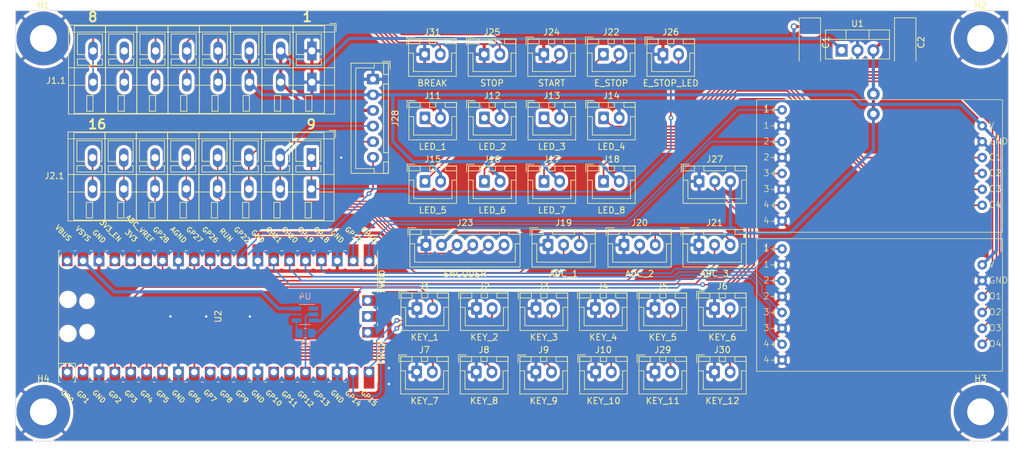
<source format=kicad_pcb>
(kicad_pcb (version 20221018) (generator pcbnew)
  (title_block (comment 4 "AISLER Project ID: TFYVCFSL"))
  (layers (0 "F.Cu" signal) (31 "B.Cu" signal) (34 "B.Paste" user) (35 "F.Paste" user) (36 "B.SilkS" user "B.Silkscreen") (37 "F.SilkS" user "F.Silkscreen") (38 "B.Mask" user) (39 "F.Mask" user) (44 "Edge.Cuts" user))
  (net 0 "")
  (net 1 "LED_1")
  (net 2 "LED_2")
  (net 3 "LED_3")
  (net 4 "LED_4")
  (net 5 "LED_5")
  (net 6 "LED_6")
  (net 7 "LED_7")
  (net 8 "LED_8")
  (net 9 "GND")
  (net 10 "+12V")
  (net 11 "+24V")
  (net 12 "WS_DATA")
  (net 21 "+3.3V")
  (net 22 "ADC_1")
  (net 23 "ADC_2")
  (net 24 "ADC_3")
  (net 25 "LED_3_24V")
  (net 26 "LED_4_24V")
  (net 27 "LED_5_24V")
  (net 28 "LED_6_24V")
  (net 29 "LED_7_24V")
  (net 30 "LED_8_24V")
  (net 31 "LED_1_24V")
  (net 32 "LED_2_24V")
  (net 33 "+5V")
  (net 34 "KEY_1")
  (net 35 "ESTOP_IN")
  (net 36 "ESTOP_OUT")
  (net 37 "START_KEY")
  (net 38 "STOP_KEY")
  (net 39 "BREAK_KEY")
  (net 40 "KEY_2")
  (net 41 "ESTOP_LED")
  (net 42 "ENCODER_A+")
  (net 43 "ENCODER_A-")
  (net 44 "ENCODER_B+")
  (net 45 "ENCODER_B-")
  (net 46 "KEY_3")
  (net 47 "KEY_4")
  (net 48 "KEY_6")
  (net 49 "KEY_7")
  (net 50 "KEY_8")
  (net 51 "KEY_9")
  (net 52 "KEY_10")
  (net 53 "REMOTE_EN_3V3")
  (net 54 "KEY_11")
  (net 55 "KEY_12")
  (net 56 "KEY_5")
  (net 57 "unconnected-(J2.1-Pin_8-Pad8)")
  (net 59 "WS_DATA_5V")
  (net 60 "Net-(R1-Pad1)")
  (net 61 "MIST_AIR_3V3")
  (net 62 "MIST_VALVE_3V3")
  (footprint "Connector_JST:JST_XH_B2B-XH-A_1x02_P2.50mm_Vertical" (layer "F.Cu") (at 125.135 84.455)
    (fp_text reference "J16")
    (fp_text value "LED_6")
  )
  (footprint "MountingHole:MountingHole_4.3mm_M4_Pad" (layer "F.Cu") (at 204.47 61.595)
    (fp_text reference "H2")
    (fp_text value "MountingHole_Pad")
  )
  (footprint "Library:OP714A04" (layer "F.Cu") (at 172.72 113.03)
    (fp_text reference "D1" hide)
    (fp_text value "~" hide)
  )
  (footprint "Connector_JST:JST_XH_B2B-XH-A_1x02_P2.50mm_Vertical" (layer "F.Cu") (at 114.34 104.775)
    (fp_text reference "J1")
    (fp_text value "KEY_1")
  )
  (footprint "Connector_JST:JST_XH_B2B-XH-A_1x02_P2.50mm_Vertical" (layer "F.Cu") (at 115.57 64.135)
    (fp_text reference "J31")
    (fp_text value "BREAK")
  )
  (footprint "Connector_JST:JST_XH_B2B-XH-A_1x02_P2.50mm_Vertical" (layer "F.Cu") (at 144.145 64.135)
    (fp_text reference "J22")
    (fp_text value "E_STOP")
  )
  (footprint "Connector_JST:JST_XH_B2B-XH-A_1x02_P2.50mm_Vertical" (layer "F.Cu") (at 125.135 74.295)
    (fp_text reference "J12")
    (fp_text value "LED_2")
  )
  (footprint "Connector_JST:JST_XH_B2B-XH-A_1x02_P2.50mm_Vertical" (layer "F.Cu") (at 153.67 64.135)
    (fp_text reference "J26")
    (fp_text value "E_STOP_LED")
  )
  (footprint "Connector_JST:JST_XH_B2B-XH-A_1x02_P2.50mm_Vertical" (layer "F.Cu") (at 115.63 84.455)
    (fp_text reference "J15")
    (fp_text value "LED_5")
  )
  (footprint "MountingHole:MountingHole_4.3mm_M4_Pad" (layer "F.Cu") (at 54.61 61.595)
    (fp_text reference "H1")
    (fp_text value "MountingHole_Pad")
  )
  (footprint "Connector_JST:JST_XH_B2B-XH-A_1x02_P2.50mm_Vertical" (layer "F.Cu") (at 123.865 104.775)
    (fp_text reference "J2")
    (fp_text value "KEY_2")
  )
  (footprint "Connector_JST:JST_XH_B2B-XH-A_1x02_P2.50mm_Vertical" (layer "F.Cu") (at 134.66 74.295)
    (fp_text reference "J13")
    (fp_text value "LED_3")
  )
  (footprint "Connector_JST:JST_XH_B6B-XH-A_1x06_P2.50mm_Vertical" (layer "F.Cu") (at 107.315 68.105 -90)
    (fp_text reference "J28")
    (fp_text value "MIST")
  )
  (footprint "Connector_JST:JST_XH_B2B-XH-A_1x02_P2.50mm_Vertical" (layer "F.Cu") (at 161.925 114.935)
    (fp_text reference "J30")
    (fp_text value "KEY_12")
  )
  (footprint "Connector_JST:JST_XH_B3B-XH-A_1x03_P2.50mm_Vertical" (layer "F.Cu") (at 159.425 94.615)
    (fp_text reference "J21")
    (fp_text value "ADC_3")
  )
  (footprint "Package_TO_SOT_THT:TO-220-3_Vertical" (layer "F.Cu") (at 182.245 63.5)
    (fp_text reference "U1")
    (fp_text value "LM7805_TO220")
  )
  (footprint "Connector_JST:JST_XH_B6B-XH-A_1x06_P2.50mm_Vertical" (layer "F.Cu") (at 115.77 94.615)
    (fp_text reference "J23")
    (fp_text value "ENCODER")
  )
  (footprint "TerminalBlock_WAGO:TerminalBlock_WAGO_236-408_1x08_P5.00mm_45Degree" (layer "F.Cu") (at 97.55 68.58 180)
    (fp_text reference "J1.1")
    (fp_text value "Conn_01x08")
  )
  (footprint "Connector_JST:JST_XH_B2B-XH-A_1x02_P2.50mm_Vertical" (layer "F.Cu") (at 114.3 114.935)
    (fp_text reference "J7")
    (fp_text value "KEY_7")
  )
  (footprint "Connector_JST:JST_XH_B2B-XH-A_1x02_P2.50mm_Vertical" (layer "F.Cu") (at 133.35 114.935)
    (fp_text reference "J9")
    (fp_text value "KEY_9")
  )
  (footprint "Connector_JST:JST_XH_B2B-XH-A_1x02_P2.50mm_Vertical" (layer "F.Cu") (at 144.185 74.295)
    (fp_text reference "J14")
    (fp_text value "LED_4")
  )
  (footprint "Connector_JST:JST_XH_B2B-XH-A_1x02_P2.50mm_Vertical" (layer "F.Cu") (at 123.825 114.935)
    (fp_text reference "J8")
    (fp_text value "KEY_8")
  )
  (footprint "Pico Pi:RPi_Pico_SMD_TH" (layer "F.Cu") (at 82.55 106.045 90)
    (fp_text reference "U2")
    (fp_text value "Pico")
  )
  (footprint "Connector_JST:JST_XH_B2B-XH-A_1x02_P2.50mm_Vertical" (layer "F.Cu") (at 115.61 74.295)
    (fp_text reference "J11")
    (fp_text value "LED_1")
  )
  (footprint "Connector_JST:JST_XH_B2B-XH-A_1x02_P2.50mm_Vertical" (layer "F.Cu") (at 133.39 104.775)
    (fp_text reference "J3")
    (fp_text value "KEY_3")
  )
  (footprint "MountingHole:MountingHole_4.3mm_M4_Pad" (layer "F.Cu") (at 54.61 121.285)
    (fp_text reference "H4")
    (fp_text value "MountingHole_Pad")
  )
  (footprint "Connector_JST:JST_XH_B2B-XH-A_1x02_P2.50mm_Vertical" (layer "F.Cu") (at 152.4 114.935)
    (fp_text reference "J29")
    (fp_text value "KEY_11")
  )
  (footprint "Connector_JST:JST_XH_B3B-XH-A_1x03_P2.50mm_Vertical" (layer "F.Cu") (at 147.44 94.615)
    (fp_text reference "J20")
    (fp_text value "ADC_2")
  )
  (footprint "TerminalBlock_WAGO:TerminalBlock_WAGO_236-408_1x08_P5.00mm_45Degree" (layer "F.Cu") (at 97.47 85.645 180)
    (fp_text reference "J2.1")
    (fp_text value "Conn_01x08")
  )
  (footprint "Connector_JST:JST_XH_B2B-XH-A_1x02_P2.50mm_Vertical" (layer "F.Cu") (at 125.095 64.135)
    (fp_text reference "J25")
    (fp_text value "STOP")
  )
  (footprint "Connector_JST:JST_XH_B3B-XH-A_1x03_P2.50mm_Vertical" (layer "F.Cu") (at 135.295 94.615)
    (fp_text reference "J19")
    (fp_text value "ADC_1")
  )
  (footprint "Library:OP714A04" (layer "F.Cu") (at 172.72 90.805)
    (fp_text reference "D2" hide)
    (fp_text value "~" hide)
  )
  (footprint "Connector_JST:JST_XH_B2B-XH-A_1x02_P2.50mm_Vertical" (layer "F.Cu") (at 134.66 84.455)
    (fp_text reference "J17")
    (fp_text value "LED_7")
  )
  (footprint "Connector_JST:JST_XH_B3B-XH-A_1x03_P2.50mm_Vertical" (layer "F.Cu") (at 159.465 84.455)
    (fp_text reference "J27")
    (fp_text value "WS2811")
  )
  (footprint "Connector_JST:JST_XH_B2B-XH-A_1x02_P2.50mm_Vertical" (layer "F.Cu") (at 152.4 104.775)
    (fp_text reference "J5")
    (fp_text value "KEY_5")
  )
  (footprint "Capacitor_Tantalum_SMD:CP_EIA-6032-28_Kemet-C_Pad2.25x2.35mm_HandSolder" (layer "F.Cu") (at 192.405 62.22 -90)
    (fp_text reference "C2")
    (fp_text value "C_Polarized")
  )
  (footprint "Connector_JST:JST_XH_B2B-XH-A_1x02_P2.50mm_Vertical" (layer "F.Cu") (at 144.185 84.455)
    (fp_text reference "J18")
    (fp_text value "LED_8")
  )
  (footprint "Capacitor_Tantalum_SMD:CP_EIA-6032-28_Kemet-C_Pad2.25x2.35mm_HandSolder" (layer "F.Cu") (at 177.165 62.24 -90)
    (fp_text reference "C1")
    (fp_text value "C_Polarized")
  )
  (footprint "Connector_JST:JST_XH_B2B-XH-A_1x02_P2.50mm_Vertical" (layer "F.Cu") (at 134.62 64.135)
    (fp_text reference "J24")
    (fp_text value "START")
  )
  (footprint "Connector_JST:JST_XH_B2B-XH-A_1x02_P2.50mm_Vertical" (layer "F.Cu") (at 161.925 104.775)
    (fp_text reference "J6")
    (fp_text value "KEY_6")
  )
  (footprint "Connector_JST:JST_XH_B2B-XH-A_1x02_P2.50mm_Vertical" (layer "F.Cu") (at 142.875 104.775)
    (fp_text reference "J4")
    (fp_text value "KEY_4")
  )
  (footprint "Connector_JST:JST_XH_B2B-XH-A_1x02_P2.50mm_Vertical" (layer "F.Cu") (at 142.915 114.935)
    (fp_text reference "J10")
    (fp_text value "KEY_10")
  )
  (footprint "MountingHole:MountingHole_4.3mm_M4_Pad" (layer "F.Cu") (at 204.47 121.285)
    (fp_text reference "H3")
    (fp_text value "MountingHole_Pad")
  )
  (footprint "Resistor_SMD:R_0805_2012Metric_Pad1.20x1.40mm_HandSolder" (layer "B.Cu") (at 96.504 108.712)
    (fp_text reference "R1")
    (fp_text value "75R")
  )
  (footprint "Package_TO_SOT_SMD:SOT-23-5_HandSoldering" (layer "B.Cu") (at 96.44 105.73 180)
    (fp_text reference "U4")
    (fp_text value "74LVC1G17")
  )
  (gr_rect (start 50.165 57.15) (end 208.915 125.984) (stroke (width 0.1)) (fill none) (layer "Edge.Cuts"))
  (gr_text "1" (at 95.885 59.055) (layer "F.SilkS") (effects (font (size 1.5 1.5) (thickness 0.3) bold) (justify left bottom)))
  (gr_text "9" (at 96.52 76.2) (layer "F.SilkS") (effects (font (size 1.5 1.5) (thickness 0.3) bold) (justify left bottom)))
  (gr_text "8" (at 61.595 59.055) (layer "F.SilkS") (effects (font (size 1.5 1.5) (thickness 0.3) bold) (justify left bottom)))
  (gr_text "16" (at 61.595 76.2) (layer "F.SilkS") (effects (font (size 1.5 1.5) (thickness 0.3) bold) (justify left bottom)))
  (segment (start 99.7585 99.1235) (end 99.06 98.425) (width 0.254) (layer "B.Cu") (net 1))
  (segment (start 155.6385 98.425) (end 154.94 99.1235) (width 0.254) (layer "B.Cu") (net 1))
  (segment (start 99.06 98.425) (end 99.06 97.155) (width 0.254) (layer "B.Cu") (net 1))
  (segment (start 172.72 95.25) (end 171.45 95.25) (width 0.254) (layer "B.Cu") (net 1))
  (segment (start 154.94 99.1235) (end 99.7585 99.1235) (width 0.254) (layer "B.Cu") (net 1))
  (segment (start 171.45 95.25) (end 168.275 98.425) (width 0.254) (layer "B.Cu") (net 1))
  (segment (start 168.275 98.425) (end 155.6385 98.425) (width 0.254) (layer "B.Cu") (net 1))
  (segment (start 155.448 99.695) (end 156.21 98.933) (width 0.254) (layer "B.Cu") (net 2))
  (segment (start 97.79 99.695) (end 155.448 99.695) (width 0.254) (layer "B.Cu") (net 2))
  (segment (start 96.52 98.425) (end 97.79 99.695) (width 0.254) (layer "B.Cu") (net 2))
  (segment (start 169.545 100.33) (end 172.72 100.33) (width 0.254) (layer "B.Cu") (net 2))
  (segment (start 96.52 97.155) (end 96.52 98.425) (width 0.254) (layer "B.Cu") (net 2))
  (segment (start 168.148 98.933) (end 169.545 100.33) (width 0.254) (layer "B.Cu") (net 2))
  (segment (start 156.21 98.933) (end 168.148 98.933) (width 0.254) (layer "B.Cu") (net 2))
  (segment (start 95.885 100.33) (end 155.575 100.33) (width 0.254) (layer "B.Cu") (net 3))
  (segment (start 169.50329 101.00671) (end 169.50329 102.27671) (width 0.254) (layer "B.Cu") (net 3))
  (segment (start 93.98 98.425) (end 95.885 100.33) (width 0.254) (layer "B.Cu") (net 3))
  (segment (start 155.575 100.33) (end 156.464 99.441) (width 0.254) (layer "B.Cu") (net 3))
  (segment (start 167.93758 99.441) (end 169.50329 101.00671) (width 0.254) (layer "B.Cu") (net 3))
  (segment (start 156.464 99.441) (end 167.93758 99.441) (width 0.254) (layer "B.Cu") (net 3))
  (segment (start 93.98 97.155) (end 93.98 98.425) (width 0.254) (layer "B.Cu") (net 3))
  (segment (start 169.50329 102.27671) (end 172.63658 105.41) (width 0.254) (layer "B.Cu") (net 3))
  (segment (start 172.63658 105.41) (end 172.72 105.41) (width 0.254) (layer "B.Cu") (net 3))
  (segment (start 168.82658 102.31842) (end 170.77329 104.26513) (width 0.254) (layer "B.Cu") (net 4))
  (segment (start 155.65842 100.965) (end 156.67442 99.949) (width 0.254) (layer "B.Cu") (net 4))
  (segment (start 170.77329 104.26513) (end 170.77329 108.54329) (width 0.254) (layer "B.Cu") (net 4))
  (segment (start 91.44 97.155) (end 91.44 98.425) (width 0.254) (layer "B.Cu") (net 4))
  (segment (start 93.98 100.965) (end 155.65842 100.965) (width 0.254) (layer "B.Cu") (net 4))
  (segment (start 91.44 98.425) (end 93.98 100.965) (width 0.254) (layer "B.Cu") (net 4))
  (segment (start 170.77329 108.54329) (end 172.72 110.49) (width 0.254) (layer "B.Cu") (net 4))
  (segment (start 156.67442 99.949) (end 167.72716 99.949) (width 0.254) (layer "B.Cu") (net 4))
  (segment (start 167.72716 99.949) (end 168.82658 101.04842) (width 0.254) (layer "B.Cu") (net 4))
  (segment (start 168.82658 101.04842) (end 168.82658 102.31842) (width 0.254) (layer "B.Cu") (net 4))
  (segment (start 165.735 73.025) (end 172.72 73.025) (width 0.254) (layer "B.Cu") (net 5))
  (segment (start 104.14 94.615) (end 107.95 90.805) (width 0.254) (layer "B.Cu") (net 5))
  (segment (start 147.955 90.805) (end 165.735 73.025) (width 0.254) (layer "B.Cu") (net 5))
  (segment (start 104.14 97.155) (end 104.14 94.615) (width 0.254) (layer "B.Cu") (net 5))
  (segment (start 107.95 90.805) (end 147.955 90.805) (width 0.254) (layer "B.Cu") (net 5))
  (segment (start 161.37342 78.105) (end 172.72 78.105) (width 0.254) (layer "B.Cu") (net 6))
  (segment (start 106.68 94.615) (end 109.982 91.313) (width 0.254) (layer "B.Cu") (net 6))
  (segment (start 106.68 97.155) (end 106.68 94.615) (width 0.254) (layer "B.Cu") (net 6))
  (segment (start 148.165421 91.312999) (end 161.37342 78.105) (width 0.254) (layer "B.Cu") (net 6))
  (segment (start 109.982 91.313) (end 148.165421 91.312999) (width 0.254) (layer "B.Cu") (net 6))
  (segment (start 172.72 83.185) (end 171.489104 83.185) (width 0.254) (layer "F.Cu") (net 7))
  (segment (start 167.659552 87.014552) (end 167.659552 97.687028) (width 0.254) (layer "F.Cu") (net 7))
  (segment (start 162.98458 102.362) (end 123.063 102.362) (width 0.254) (layer "F.Cu") (net 7))
  (segment (start 111.125 106.68) (end 118.745 106.68) (width 0.254) (layer "F.Cu") (net 7))
  (segment (start 171.489104 83.185) (end 167.659552 87.014552) (width 0.254) (layer "F.Cu") (net 7))
  (segment (start 118.745 106.68) (end 123.063 102.362) (width 0.254) (layer "F.Cu") (net 7))
  (segment (start 167.659552 97.687028) (end 162.98458 102.362) (width 0.254) (layer "F.Cu") (net 7))
  (via (at 111.125 106.68) (size 0.762) (drill 0.381) (layers "F.Cu" "B.Cu") (net 7))
  (segment (start 106.68 114.935) (end 106.68 114.3) (width 0.254) (layer "B.Cu") (net 7))
  (segment (start 106.68 114.3) (end 107.95 113.03) (width 0.254) (layer "B.Cu") (net 7))
  (segment (start 107.95 113.03) (end 107.95 109.855) (width 0.254) (layer "B.Cu") (net 7))
  (segment (start 111.125 106.68) (end 107.95 109.855) (width 0.254) (layer "B.Cu") (net 7))
  (segment (start 168.275 97.79) (end 163.195 102.87) (width 0.254) (layer "F.Cu") (net 8))
  (segment (start 123.27342 102.87) (end 163.195 102.87) (width 0.254) (layer "F.Cu") (net 8))
  (segment (start 171.45 88.265) (end 168.275 91.44) (width 0.254) (layer "F.Cu") (net 8))
  (segment (start 111.887 107.188) (end 118.95542 107.188) (width 0.254) (layer "F.Cu") (net 8))
  (segment (start 168.275 91.44) (end 168.275 97.79) (width 0.254) (layer "F.Cu") (net 8))
  (segment (start 172.72 88.265) (end 171.45 88.265) (width 0.254) (layer "F.Cu") (net 8))
  (segment (start 118.95542 107.188) (end 123.27342 102.87) (width 0.254) (layer "F.Cu") (net 8))
  (segment (start 111.125 107.95) (end 111.887 107.188) (width 0.254) (layer "F.Cu") (net 8))
  (via (at 111.125 107.95) (size 0.762) (drill 0.381) (layers "F.Cu" "B.Cu") (net 8))
  (segment (start 104.775 118.745) (end 107.95 118.745) (width 0.254) (layer "B.Cu") (net 8))
  (segment (start 108.585 110.49) (end 111.125 107.95) (width 0.254) (layer "B.Cu") (net 8))
  (segment (start 104.14 114.935) (end 104.14 118.11) (width 0.254) (layer "B.Cu") (net 8))
  (segment (start 104.14 118.11) (end 104.775 118.745) (width 0.254) (layer "B.Cu") (net 8))
  (segment (start 108.585 118.11) (end 108.585 110.49) (width 0.254) (layer "B.Cu") (net 8))
  (segment (start 107.95 118.745) (end 108.585 118.11) (width 0.254) (layer "B.Cu") (net 8))
  (via (at 109.855 116.84) (size 0.762) (drill 0.381) (layers "F.Cu" "B.Cu") (net 9))
  (via (at 87.63 106.045) (size 0.762) (drill 0.381) (layers "F.Cu" "B.Cu") (net 9))
  (via (at 74.93 106.045) (size 0.762) (drill 0.381) (layers "F.Cu" "B.Cu") (net 9))
  (via (at 102.235 80.645) (size 0.762) (drill 0.381) (layers "F.Cu" "B.Cu") (net 9))
  (via (at 109.855 114.3) (size 0.762) (drill 0.381) (layers "F.Cu" "B.Cu") (net 9))
  (via (at 80.645 106.045) (size 0.762) (drill 0.381) (layers "F.Cu" "B.Cu") (net 9))
  (segment (start 97.075 73.105) (end 107.315 73.105) (width 0.508) (layer "F.Cu") (net 10))
  (segment (start 174.625 59.69) (end 177.165 59.69) (width 0.508) (layer "F.Cu") (net 10))
  (segment (start 92.55 63.58) (end 92.55 68.58) (width 0.508) (layer "F.Cu") (net 10))
  (segment (start 92.55 68.58) (end 97.075 73.105) (width 0.508) (layer "F.Cu") (net 10))
  (via (at 174.625 59.69) (size 1.016) (drill 0.635) (layers "F.Cu" "B.Cu") (net 10))
  (segment (start 174.625 61.635) (end 174.625 59.69) (width 0.508) (layer "B.Cu") (net 10))
  (segment (start 99.06 66.04) (end 95.01 66.04) (width 0.508) (layer "B.Cu") (net 10))
  (segment (start 180.38 61.635) (end 174.625 61.635) (width 0.508) (layer "B.Cu") (net 10))
  (segment (start 120.015 61.595) (end 103.505 61.595) (width 0.508) (layer "B.Cu") (net 10))
  (segment (start 120.055 61.635) (end 120.015 61.595) (width 0.508) (layer "B.Cu") (net 10))
  (segment (start 95.01 66.04) (end 92.55 63.58) (width 0.508) (layer "B.Cu") (net 10))
  (segment (start 182.245 63.5) (end 180.38 61.635) (width 0.508) (layer "B.Cu") (net 10))
  (segment (start 103.505 61.595) (end 99.06 66.04) (width 0.508) (layer "B.Cu") (net 10))
  (segment (start 174.625 61.635) (end 120.055 61.635) (width 0.508) (layer "B.Cu") (net 10))
  (segment (start 87.55 68.58) (end 87.55 63.58) (width 0.508) (layer "F.Cu") (net 11))
  (segment (start 118.11 84.435) (end 118.11 83.185) (width 0.508) (layer "B.Cu") (net 11))
  (segment (start 146.685 74.295) (end 146.685 73.025) (width 0.508) (layer "B.Cu") (net 11))
  (segment (start 107.315 70.605) (end 110.49 70.605) (width 0.508) (layer "B.Cu") (net 11))
  (segment (start 115.57 81.28) (end 113.665 81.28) (width 0.508) (layer "B.Cu") (net 11))
  (segment (start 137.16 74.295) (end 137.16 73.025) (width 0.508) (layer "B.Cu") (net 11))
  (segment (start 134.62 70.605) (end 135.255 70.605) (width 0.508) (layer "B.Cu") (net 11))
  (segment (start 146.685 84.455) (end 146.606974 84.455) (width 0.508) (layer "B.Cu") (net 11))
  (segment (start 134.74 70.605) (end 134.62 70.605) (width 0.508) (layer "B.Cu") (net 11))
  (segment (start 125.215 70.605) (end 125.095 70.605) (width 0.508) (layer "B.Cu") (net 11))
  (segment (start 123.945 70.605) (end 125.095 70.605) (width 0.508) (layer "B.Cu") (net 11))
  (segment (start 127.635 74.295) (end 127.635 73.025) (width 0.508) (layer "B.Cu") (net 11))
  (segment (start 144.265 70.605) (end 142.995 70.605) (width 0.508) (layer "B.Cu") (net 11))
  (segment (start 116.205 81.28) (end 115.57 81.28) (width 0.508) (layer "B.Cu") (net 11))
  (segment (start 110.49 78.105) (end 110.49 70.605) (width 0.508) (layer "B.Cu") (net 11))
  (segment (start 125.095 81.28) (end 127.635 83.82) (width 0.508) (layer "B.Cu") (net 11))
  (segment (start 137.16 73.025) (end 134.74 70.605) (width 0.508) (layer "B.Cu") (net 11))
  (segment (start 125.095 70.605) (end 133.47 70.605) (width 0.508) (layer "B.Cu") (net 11))
  (segment (start 204.72 75.565) (end 202.69 73.535) (width 0.508) (layer "B.Cu") (net 11))
  (segment (start 113.665 81.28) (end 110.49 78.105) (width 0.508) (layer "B.Cu") (net 11))
  (segment (start 135.255 70.605) (end 142.995 70.605) (width 0.508) (layer "B.Cu") (net 11))
  (segment (start 146.685 73.025) (end 144.265 70.605) (width 0.508) (layer "B.Cu") (net 11))
  (segment (start 133.47 70.605) (end 134.62 70.605) (width 0.508) (layer "B.Cu") (net 11))
  (segment (start 127.635 84.455) (end 127.635 83.82) (width 0.508) (layer "B.Cu") (net 11))
  (segment (start 146.606974 84.455) (end 143.431974 81.28) (width 0.508) (layer "B.Cu") (net 11))
  (segment (start 204.72 75.565) (end 207.01 77.855) (width 0.508) (layer "B.Cu") (net 11))
  (segment (start 125.095 81.28) (end 115.57 81.28) (width 0.508) (layer "B.Cu") (net 11))
  (segment (start 87.55 68.58) (end 89.575 70.605) (width 0.508) (layer "B.Cu") (net 11))
  (segment (start 118.11 74.295) (end 118.11 73.025) (width 0.508) (layer "B.Cu") (net 11))
  (segment (start 118.13 84.455) (end 118.11 84.435) (width 0.508) (layer "B.Cu") (net 11))
  (segment (start 142.995 70.605) (end 183.889 70.605) (width 0.508) (layer "B.Cu") (net 11))
  (segment (start 133.985 81.28) (end 125.095 81.28) (width 0.508) (layer "B.Cu") (net 11))
  (segment (start 201.291 72.136) (end 201.42 72.265) (width 0.508) (layer "B.Cu") (net 11))
  (segment (start 118.11 73.025) (end 115.69 70.605) (width 0.508) (layer "B.Cu") (net 11))
  (segment (start 115.69 70.605) (end 115.57 70.605) (width 0.508) (layer "B.Cu") (net 11))
  (segment (start 207.01 77.855) (end 207.01 95.5) (width 0.508) (layer "B.Cu") (net 11))
  (segment (start 207.01 95.5) (end 204.72 97.79) (width 0.508) (layer "B.Cu") (net 11))
  (segment (start 185.42 72.136) (end 201.291 72.136) (width 0.508) (layer "B.Cu") (net 11))
  (segment (start 127.635 73.025) (end 125.215 70.605) (width 0.508) (layer "B.Cu") (net 11))
  (segment (start 89.575 70.605) (end 107.315 70.605) (width 0.508) (layer "B.Cu") (net 11))
  (segment (start 201.291 72.136) (end 202.69 73.535) (width 0.508) (layer "B.Cu") (net 11))
  (segment (start 183.889 70.605) (end 185.42 72.136) (width 0.508) (layer "B.Cu") (net 11))
  (segment (start 110.49 70.605) (end 114.42 70.605) (width 0.508) (layer "B.Cu") (net 11))
  (segment (start 118.11 83.185) (end 116.205 81.28) (width 0.508) (layer "B.Cu") (net 11))
  (segment (start 202.69 73.535) (end 201.42 72.265) (width 0.508) (layer "B.Cu") (net 11))
  (segment (start 143.431974 81.28) (end 133.985 81.28) (width 0.508) (layer "B.Cu") (net 11))
  (segment (start 114.42 70.605) (end 115.57 70.605) (width 0.508) (layer "B.Cu") (net 11))
  (segment (start 137.16 84.455) (end 133.985 81.28) (width 0.508) (layer "B.Cu") (net 11))
  (segment (start 115.57 70.605) (end 123.945 70.605) (width 0.508) (layer "B.Cu") (net 11))
  (segment (start 96.52 106.083) (end 96.873 105.73) (width 0.254) (layer "B.Cu") (net 12))
  (segment (start 96.873 105.73) (end 97.79 105.73) (width 0.254) (layer "B.Cu") (net 12))
  (segment (start 96.52 114.935) (end 96.52 106.083) (width 0.254) (layer "B.Cu") (net 12))
  (segment (start 140.295 94.615) (end 140.295 92.75) (width 0.254) (layer "F.Cu") (net 21))
  (segment (start 163.195 92.71) (end 164.425 93.94) (width 0.254) (layer "F.Cu") (net 21))
  (segment (start 152.4 92.71) (end 163.195 92.71) (width 0.254) (layer "F.Cu") (net 21))
  (segment (start 68.58 93.98) (end 68.58 97.155) (width 0.254) (layer "F.Cu") (net 21))
  (segment (start 69.215 93.345) (end 68.58 93.98) (width 0.254) (layer "F.Cu") (net 21))
  (segment (start 132.715 94.615) (end 134.62 92.71) (width 0.254) (layer "F.Cu") (net 21))
  (segment (start 114.054287 99.06) (end 108.339288 93.345) (width 0.254) (layer "F.Cu") (net 21))
  (segment (start 132.715 94.615) (end 132.715 97.155) (width 0.254) (layer "F.Cu") (net 21))
  (segment (start 132.715 97.155) (end 130.81 99.06) (width 0.254) (layer "F.Cu") (net 21))
  (segment (start 140.295 92.75) (end 140.335 92.71) (width 0.254) (layer "F.Cu") (net 21))
  (segment (start 140.335 92.71) (end 152.4 92.71) (width 0.254) (layer "F.Cu") (net 21))
  (segment (start 152.44 92.75) (end 152.4 92.71) (width 0.254) (layer "F.Cu") (net 21))
  (segment (start 130.81 99.06) (end 114.054287 99.06) (width 0.254) (layer "F.Cu") (net 21))
  (segment (start 152.44 94.615) (end 152.44 92.75) (width 0.254) (layer "F.Cu") (net 21))
  (segment (start 164.425 93.94) (end 164.425 94.615) (width 0.254) (layer "F.Cu") (net 21))
  (segment (start 108.339288 93.345) (end 69.215 93.345) (width 0.254) (layer "F.Cu") (net 21))
  (segment (start 134.62 92.71) (end 140.335 92.71) (width 0.254) (layer "F.Cu") (net 21))
  (segment (start 81.28 98.425) (end 81.28 97.155) (width 0.254) (layer "F.Cu") (net 22))
  (segment (start 82.55 99.695) (end 81.28 98.425) (width 0.254) (layer "F.Cu") (net 22))
  (segment (start 135.89 99.695) (end 82.55 99.695) (width 0.254) (layer "F.Cu") (net 22))
  (segment (start 137.795 94.615) (end 137.795 97.79) (width 0.254) (layer "F.Cu") (net 22))
  (segment (start 137.795 97.79) (end 135.89 99.695) (width 0.254) (layer "F.Cu") (net 22))
  (segment (start 80.645 100.33) (end 78.74 98.425) (width 0.254) (layer "F.Cu") (net 23))
  (segment (start 149.94 98.345) (end 147.955 100.33) (width 0.254) (layer "F.Cu") (net 23))
  (segment (start 149.94 94.615) (end 149.94 98.345) (width 0.254) (layer "F.Cu") (net 23))
  (segment (start 78.74 98.425) (end 78.74 97.155) (width 0.254) (layer "F.Cu") (net 23))
  (segment (start 147.955 100.33) (end 80.645 100.33) (width 0.254) (layer "F.Cu") (net 23))
  (segment (start 158.877001 100.837999) (end 161.925 97.79) (width 0.254) (layer "F.Cu") (net 24))
  (segment (start 76.072999 100.837999) (end 158.877001 100.837999) (width 0.254) (layer "F.Cu") (net 24))
  (segment (start 73.66 98.425) (end 76.072999 100.837999) (width 0.254) (layer "F.Cu") (net 24))
  (segment (start 73.66 97.155) (end 73.66 98.425) (width 0.254) (layer "F.Cu") (net 24))
  (segment (start 161.925 97.79) (end 161.925 94.615) (width 0.254) (layer "F.Cu") (net 24))
  (segment (start 207.518 75.309713) (end 207.518 105.152) (width 0.254) (layer "F.Cu") (net 25))
  (segment (start 155.674421 76.183999) (end 164.421421 67.437) (width 0.254) (layer "F.Cu") (net 25))
  (segment (start 164.421421 67.437) (end 199.645289 67.437002) (width 0.254) (layer "F.Cu") (net 25))
  (segment (start 136.548999 76.183999) (end 155.674421 76.183999) (width 0.254) (layer "F.Cu") (net 25))
  (segment (start 207.518 105.152) (end 204.72 107.95) (width 0.254) (layer "F.Cu") (net 25))
  (segment (start 199.645289 67.437002) (end 207.518 75.309713) (width 0.254) (layer "F.Cu") (net 25))
  (segment (start 134.66 74.295) (end 136.548999 76.183999) (width 0.254) (layer "F.Cu") (net 25))
  (segment (start 199.85571 66.929003) (end 208.026 75.099293) (width 0.254) (layer "F.Cu") (net 26))
  (segment (start 155.464 75.676) (end 164.211001 66.929) (width 0.254) (layer "F.Cu") (net 26))
  (segment (start 208.026 75.099293) (end 208.026 107.184) (width 0.254) (layer "F.Cu") (net 26))
  (segment (start 145.566 75.676) (end 155.464 75.676) (width 0.254) (layer "F.Cu") (net 26))
  (segment (start 144.185 74.295) (end 145.566 75.676) (width 0.254) (layer "F.Cu") (net 26))
  (segment (start 164.211001 66.929) (end 199.85571 66.929003) (width 0.254) (layer "F.Cu") (net 26))
  (segment (start 208.026 107.184) (end 204.72 110.49) (width 0.254) (layer "F.Cu") (net 26))
  (segment (start 173.986263 68.961003) (end 185.67026 80.645) (width 0.254) (layer "F.Cu") (net 27))
  (segment (start 156.305682 77.707998) (end 165.052681 68.961) (width 0.254) (layer "F.Cu") (net 27))
  (segment (start 122.377002 77.707998) (end 156.305682 77.707998) (width 0.254) (layer "F.Cu") (net 27))
  (segment (start 185.67026 80.645) (end 204.72 80.645) (width 0.254) (layer "F.Cu") (net 27))
  (segment (start 165.052681 68.961) (end 173.986263 68.961003) (width 0.254) (layer "F.Cu") (net 27))
  (segment (start 115.63 84.455) (end 122.377002 77.707998) (width 0.254) (layer "F.Cu") (net 27))
  (segment (start 156.516103 78.215997) (end 165.2631 69.469) (width 0.254) (layer "F.Cu") (net 28))
  (segment (start 125.135 84.455) (end 125.135 82.51) (width 0.254) (layer "F.Cu") (net 28))
  (segment (start 125.135 82.51) (end 129.429002 78.215998) (width 0.254) (layer "F.Cu") (net 28))
  (segment (start 165.2631 69.469) (end 173.775842 69.469002) (width 0.254) (layer "F.Cu") (net 28))
  (segment (start 204.72 83.185) (end 187.49184 83.185) (width 0.254) (layer "F.Cu") (net 28))
  (segment (start 187.49184 83.185) (end 173.775842 69.469002) (width 0.254) (layer "F.Cu") (net 28))
  (segment (start 129.429002 78.215998) (end 156.516103 78.215997) (width 0.254) (layer "F.Cu") (net 28))
  (segment (start 134.66 82.51) (end 138.446002 78.723998) (width 0.254) (layer "F.Cu") (net 29))
  (segment (start 173.565421 69.977001) (end 189.31342 85.725) (width 0.254) (layer "F.Cu") (net 29))
  (segment (start 189.31342 85.725) (end 204.72 85.725) (width 0.254) (layer "F.Cu") (net 29))
  (segment (start 138.446002 78.723998) (end 156.726524 78.723996) (width 0.254) (layer "F.Cu") (net 29))
  (segment (start 165.47352 69.977) (end 173.565421 69.977001) (width 0.254) (layer "F.Cu") (net 29))
  (segment (start 134.66 84.455) (end 134.66 82.51) (width 0.254) (layer "F.Cu") (net 29))
  (segment (start 156.726524 78.723996) (end 165.47352 69.977) (width 0.254) (layer "F.Cu") (net 29))
  (segment (start 165.68394 70.485) (end 173.355 70.485) (width 0.254) (layer "F.Cu") (net 30))
  (segment (start 191.135 88.265) (end 204.72 88.265) (width 0.254) (layer "F.Cu") (net 30))
  (segment (start 156.936945 79.231995) (end 165.68394 70.485) (width 0.254) (layer "F.Cu") (net 30))
  (segment (start 144.185 81.875) (end 146.828003 79.231997) (width 0.254) (layer "F.Cu") (net 30))
  (segment (start 146.828003 79.231997) (end 156.936945 79.231995) (width 0.254) (layer "F.Cu") (net 30))
  (segment (start 173.355 70.485) (end 191.135 88.265) (width 0.254) (layer "F.Cu") (net 30))
  (segment (start 144.185 84.455) (end 144.185 81.875) (width 0.254) (layer "F.Cu") (net 30))
  (segment (start 199.224447 68.453) (end 164.842261 68.453) (width 0.254) (layer "F.Cu") (net 31))
  (segment (start 206.375 101.215) (end 206.375 75.603553) (width 0.254) (layer "F.Cu") (net 31))
  (segment (start 204.72 102.87) (end 206.375 101.215) (width 0.254) (layer "F.Cu") (net 31))
  (segment (start 156.095262 77.199998) (end 118.514998 77.199998) (width 0.254) (layer "F.Cu") (net 31))
  (segment (start 164.842261 68.453) (end 156.095262 77.199998) (width 0.254) (layer "F.Cu") (net 31))
  (segment (start 118.514998 77.199998) (end 115.61 74.295) (width 0.254) (layer "F.Cu") (net 31))
  (segment (start 206.375 75.603553) (end 199.224447 68.453) (width 0.254) (layer "F.Cu") (net 31))
  (segment (start 127.531998 76.691998) (end 155.884842 76.691998) (width 0.254) (layer "F.Cu") (net 32))
  (segment (start 155.884842 76.691998) (end 164.631841 67.945) (width 0.254) (layer "F.Cu") (net 32))
  (segment (start 207.01 103.12) (end 204.72 105.41) (width 0.254) (layer "F.Cu") (net 32))
  (segment (start 207.01 75.520133) (end 207.01 103.12) (width 0.254) (layer "F.Cu") (net 32))
  (segment (start 199.434868 67.945001) (end 207.01 75.520133) (width 0.254) (layer "F.Cu") (net 32))
  (segment (start 125.135 74.295) (end 127.531998 76.691998) (width 0.254) (layer "F.Cu") (net 32))
  (segment (start 164.631841 67.945) (end 199.434868 67.945001) (width 0.254) (layer "F.Cu") (net 32))
  (segment (start 62.23 92.71) (end 108.602314 92.71) (width 0.508) (layer "F.Cu") (net 33))
  (segment (start 108.602314 92.71) (end 113.798313 97.906) (width 0.508) (layer "F.Cu") (net 33))
  (segment (start 130.175 92.71) (end 120.175 92.71) (width 0.508) (layer "F.Cu") (net 33))
  (segment (start 192.405 60.325) (end 192.405 59.67) (width 0.508) (layer "F.Cu") (net 33))
  (segment (start 60.96 93.98) (end 62.23 92.71) (width 0.508) (layer "F.Cu") (net 33))
  (segment (start 120.095 92.79) (end 118.27 94.615) (width 0.508) (layer "F.Cu") (net 33))
  (segment (start 120.175 92.71) (end 120.095 92.79) (width 0.508) (layer "F.Cu") (net 33))
  (segment (start 191.135 61.595) (end 192.405 60.325) (width 0.508) (layer "F.Cu") (net 33))
  (segment (start 130.059 97.906) (end 131.445 96.52) (width 0.508) (layer "F.Cu") (net 33))
  (segment (start 189.23 61.595) (end 191.135 61.595) (width 0.508) (layer "F.Cu") (net 33))
  (segment (start 131.445 96.52) (end 131.445 93.98) (width 0.508) (layer "F.Cu") (net 33))
  (segment (start 60.96 97.155) (end 60.96 93.98) (width 0.508) (layer "F.Cu") (net 33))
  (segment (start 113.798313 97.906) (end 130.059 97.906) (width 0.508) (layer "F.Cu") (net 33))
  (segment (start 187.325 63.5) (end 189.23 61.595) (width 0.508) (layer "F.Cu") (net 33))
  (segment (start 187.325 73.66) (end 187.325 70.485) (width 0.508) (layer "F.Cu") (net 33))
  (segment (start 131.445 93.98) (end 130.175 92.71) (width 0.508) (layer "F.Cu") (net 33))
  (via (at 187.325 73.66) (size 2.032) (drill 1.016) (layers "F.Cu" "B.Cu") (net 33))
  (via (at 187.325 70.485) (size 2.032) (drill 1.016) (layers "F.Cu" "B.Cu") (net 33))
  (segment (start 187.325 73.66) (end 187.325 79.375) (width 0.508) (layer "B.Cu") (net 33))
  (segment (start 164.465 84.455) (end 164.465 91.948) (width 0.508) (layer "B.Cu") (net 33))
  (segment (start 65.913 102.108) (end 89.535 102.108) (width 0.508) (layer "B.Cu") (net 33))
  (segment (start 187.325 63.5) (end 187.325 70.485) (width 0.508) (layer "B.Cu") (net 33))
  (segment (start 120.937 91.948) (end 164.465 91.948) (width 0.508) (layer "B.Cu") (net 33))
  (segment (start 118.27 94.615) (end 120.937 91.948) (width 0.508) (layer "B.Cu") (net 33))
  (segment (start 89.535 102.108) (end 92.207 104.78) (width 0.508) (layer "B.Cu") (net 33))
  (segment (start 60.96 97.155) (end 65.913 102.108) (width 0.508) (layer "B.Cu") (net 33))
  (segment (start 187.325 79.375) (end 173.99 92.71) (width 0.508) (layer "B.Cu") (net 33))
  (segment (start 165.1 91.948) (end 164.465 91.948) (width 0.508) (layer "B.Cu") (net 33))
  (segment (start 165.862 92.71) (end 165.1 91.948) (width 0.508) (layer "B.Cu") (net 33))
  (segment (start 173.99 92.71) (end 165.862 92.71) (width 0.508) (layer "B.Cu") (net 33))
  (segment (start 92.207 104.78) (end 95.09 104.78) (width 0.508) (layer "B.Cu") (net 33))
  (segment (start 114.720999 101.345999) (end 116.84 103.465) (width 0.254) (layer "F.Cu") (net 34))
  (segment (start 58.42 114.935) (end 58.42 113.665) (width 0.254) (layer "F.Cu") (net 34))
  (segment (start 116.84 103.465) (end 116.84 104.775) (width 0.254) (layer "F.Cu") (net 34))
  (segment (start 70.739001 101.345999) (end 114.720999 101.345999) (width 0.254) (layer "F.Cu") (net 34))
  (segment (start 58.42 113.665) (end 70.739001 101.345999) (width 0.254) (layer "F.Cu") (net 34))
  (segment (start 83.71479 60.04921) (end 106.95579 60.04921) (width 0.254) (layer "F.Cu") (net 35))
  (segment (start 144.78 66.675) (end 113.58158 66.675) (width 0.254) (layer "F.Cu") (net 35))
  (segment (start 82.55 61.214) (end 83.71479 60.04921) (width 0.254) (layer "F.Cu") (net 35))
  (segment (start 106.95579 60.04921) (end 113.58158 66.675) (width 0.254) (layer "F.Cu") (net 35))
  (segment (start 146.645 64.135) (end 146.645 64.81) (width 0.254) (layer "F.Cu") (net 35))
  (segment (start 146.645 64.81) (end 144.78 66.675) (width 0.254) (layer "F.Cu") (net 35))
  (segment (start 82.55 63.58) (end 82.55 61.214) (width 0.254) (layer "F.Cu") (net 35))
  (segment (start 82.55 63.58) (end 82.55 68.58) (width 0.254) (layer "F.Cu") (net 35))
  (segment (start 77.55 62.15) (end 77.55 63.58) (width 0.254) (layer "F.Cu") (net 36))
  (segment (start 113.792 66.167) (end 107.166209 59.541211) (width 0.254) (layer "F.Cu") (net 36))
  (segment (start 144.145 64.262) (end 142.24 66.167) (width 0.254) (layer "F.Cu") (net 36))
  (segment (start 80.158789 59.541211) (end 77.55 62.15) (width 0.254) (layer "F.Cu") (net 36))
  (segment (start 144.145 64.135) (end 144.145 64.262) (width 0.254) (layer "F.Cu") (net 36))
  (segment (start 77.55 63.58) (end 77.55 68.58) (width 0.254) (layer "F.Cu") (net 36))
  (segment (start 142.24 66.167) (end 113.792 66.167) (width 0.254) (layer "F.Cu") (net 36))
  (segment (start 107.166209 59.541211) (end 80.158789 59.541211) (width 0.254) (layer "F.Cu") (net 36))
  (segment (start 137.12 64.135) (end 137.12 64.77) (width 0.254) (layer "F.Cu") (net 37))
  (segment (start 137.12 64.77) (end 136.231 65.659) (width 0.254) (layer "F.Cu") (net 37))
  (segment (start 74.316789 59.033211) (end 72.55 60.8) (width 0.254) (layer "F.Cu") (net 37))
  (segment (start 72.55 60.8) (end 72.55 63.58) (width 0.254) (layer "F.Cu") (net 37))
  (segment (start 72.55 63.58) (end 72.55 68.58) (width 0.254) (layer "F.Cu") (net 37))
  (segment (start 114.046 65.659) (end 107.420211 59.033211) (width 0.254) (layer "F.Cu") (net 37))
  (segment (start 107.420211 59.033211) (end 74.316789 59.033211) (width 0.254) (layer "F.Cu") (net 37))
  (segment (start 136.231 65.659) (end 114.046 65.659) (width 0.254) (layer "F.Cu") (net 37))
  (segment (start 60.96 61.51158) (end 60.96 64.77) (width 0.254) (layer "F.Cu") (net 38))
  (segment (start 127.595 62.825) (end 127.595 64.135) (width 0.254) (layer "F.Cu") (net 38))
  (segment (start 64.454369 58.017211) (end 107.841053 58.017213) (width 0.254) (layer "F.Cu") (net 38))
  (segment (start 107.841053 58.017213) (end 111.54584 61.722) (width 0.254) (layer "F.Cu") (net 38))
  (segment (start 67.55 63.58) (end 67.55 66.04) (width 0.254) (layer "F.Cu") (net 38))
  (segment (start 62.23 66.04) (end 67.55 66.04) (width 0.254) (layer "F.Cu") (net 38))
  (segment (start 60.96 61.51158) (end 64.454369 58.017211) (width 0.254) (layer "F.Cu") (net 38))
  (segment (start 111.54584 61.722) (end 126.492 61.722) (width 0.254) (layer "F.Cu") (net 38))
  (segment (start 67.55 66.04) (end 67.55 68.58) (width 0.254) (layer "F.Cu") (net 38))
  (segment (start 60.96 64.77) (end 62.23 66.04) (width 0.254) (layer "F.Cu") (net 38))
  (segment (start 126.492 61.722) (end 127.595 62.825) (width 0.254) (layer "F.Cu") (net 38))
  (segment (start 64.664789 58.525211) (end 107.630632 58.525212) (width 0.254) (layer "F.Cu") (net 39))
  (segment (start 107.630632 58.525212) (end 111.33542 62.23) (width 0.254) (layer "F.Cu") (net 39))
  (segment (start 118.07 62.825) (end 118.07 64.135) (width 0.254) (layer "F.Cu") (net 39))
  (segment (start 62.55 60.64) (end 64.664789 58.525211) (width 0.254) (layer "F.Cu") (net 39))
  (segment (start 111.33542 62.23) (end 117.475 62.23) (width 0.254) (layer "F.Cu") (net 39))
  (segment (start 62.55 63.58) (end 62.55 60.64) (width 0.254) (layer "F.Cu") (net 39))
  (segment (start 117.475 62.23) (end 118.07 62.825) (width 0.254) (layer "F.Cu") (net 39))
  (segment (start 62.55 68.58) (end 62.55 63.58) (width 0.254) (layer "B.Cu") (net 39))
  (segment (start 118.745 110.363) (end 122.428 106.68) (width 0.254) (layer "F.Cu") (net 40))
  (segment (start 122.428 106.68) (end 125.73 106.68) (width 0.254) (layer "F.Cu") (net 40))
  (segment (start 126.365 106.045) (end 126.365 104.775) (width 0.254) (layer "F.Cu") (net 40))
  (segment (start 125.73 106.68) (end 126.365 106.045) (width 0.254) (layer "F.Cu") (net 40))
  (segment (start 60.96 114.935) (end 60.96 113.665) (width 0.254) (layer "F.Cu") (net 40))
  (segment (start 60.96 113.665) (end 64.262 110.363) (width 0.254) (layer "F.Cu") (net 40))
  (segment (start 64.262 110.363) (end 118.745 110.363) (width 0.254) (layer "F.Cu") (net 40))
  (segment (start 154.94 67.905) (end 156.17 66.675) (width 0.254) (layer "F.Cu") (net 41))
  (segment (start 154.94 74.295) (end 154.94 67.905) (width 0.254) (layer "F.Cu") (net 41))
  (segment (start 156.17 66.675) (end 156.17 64.135) (width 0.254) (layer "F.Cu") (net 41))
  (segment (start 97.47 85.645) (end 97.47 80.645) (width 0.254) (layer "F.Cu") (net 41))
  (via (at 154.94 74.295) (size 0.762) (drill 0.381) (layers "F.Cu" "B.Cu") (net 41))
  (segment (start 113.395869 86.090869) (end 148.224131 86.090869) (width 0.254) (layer "B.Cu") (net 41))
  (segment (start 112.95 85.645) (end 113.395869 86.090869) (width 0.254) (layer "B.Cu") (net 41))
  (segment (start 148.224131 86.090869) (end 154.94 79.375) (width 0.254) (layer "B.Cu") (net 41))
  (segment (start 97.47 85.645) (end 112.95 85.645) (width 0.254) (layer "B.Cu") (net 41))
  (segment (start 154.94 79.375) (end 154.94 74.295) (width 0.254) (layer "B.Cu") (net 41))
  (segment (start 82.47 85.645) (end 82.47 86.915) (width 0.2) (layer "F.Cu") (net 42))
  (segment (start 119.441 95.944) (end 120.77 94.615) (width 0.2) (layer "F.Cu") (net 42))
  (segment (start 82.47 86.915) (end 83.185 87.63) (width 0.2) (layer "F.Cu") (net 42))
  (segment (start 83.185 87.63) (end 106.297 87.63) (width 0.2) (layer "F.Cu") (net 42))
  (segment (start 106.297 87.63) (end 114.611 95.944) (width 0.2) (layer "F.Cu") (net 42))
  (segment (start 82.47 85.645) (end 82.47 80.645) (width 0.2) (layer "F.Cu") (net 42))
  (segment (start 114.611 95.944) (end 119.441 95.944) (width 0.2) (layer "F.Cu") (net 42))
  (segment (start 77.47 86.995) (end 78.555 88.08) (width 0.2) (layer "F.Cu") (net 43))
  (segment (start 114.424604 96.394) (end 121.491 96.394) (width 0.2) (layer "F.Cu") (net 43))
  (segment (start 77.47 85.645) (end 77.47 80.645) (width 0.2) (layer "F.Cu") (net 43))
  (segment (start 106.110604 88.08) (end 114.424604 96.394) (width 0.2) (layer "F.Cu") (net 43))
  (segment (start 121.491 96.394) (end 123.27 94.615) (width 0.2) (layer "F.Cu") (net 43))
  (segment (start 78.555 88.08) (end 106.110604 88.08) (width 0.2) (layer "F.Cu") (net 43))
  (segment (start 77.47 85.645) (end 77.47 86.995) (width 0.2) (layer "F.Cu") (net 43))
  (segment (start 72.47 85.645) (end 72.47 87.71) (width 0.2) (layer "F.Cu") (net 44))
  (segment (start 125.77 94.615) (end 123.537 96.848) (width 0.2) (layer "F.Cu") (net 44))
  (segment (start 73.294 88.534) (end 105.922552 88.534) (width 0.2) (layer "F.Cu") (net 44))
  (segment (start 114.236551 96.848) (end 123.537 96.848) (width 0.2) (layer "F.Cu") (net 44))
  (segment (start 72.47 87.71) (end 73.294 88.534) (width 0.2) (layer "F.Cu") (net 44))
  (segment (start 72.47 85.645) (end 72.47 80.645) (width 0.2) (layer "F.Cu") (net 44))
  (segment (start 114.236551 96.848) (end 105.922552 88.534) (width 0.2) (layer "F.Cu") (net 44))
  (segment (start 125.587 97.298) (end 114.050155 97.298) (width 0.2) (layer "F.Cu") (net 45))
  (segment (start 128.27 94.615) (end 125.587 97.298) (width 0.2) (layer "F.Cu") (net 45))
  (segment (start 105.736156 88.984) (end 69.215 88.984) (width 0.2) (layer "F.Cu") (net 45))
  (segment (start 67.47 85.645) (end 67.47 87.239) (width 0.2) (layer "F.Cu") (net 45))
  (segment (start 67.47 85.645) (end 67.47 80.645) (width 0.2) (layer "F.Cu") (net 45))
  (segment (start 114.050155 97.298) (end 105.736156 88.984) (width 0.2) (layer "F.Cu") (net 45))
  (segment (start 67.47 87.239) (end 69.215 88.984) (width 0.2) (layer "F.Cu") (net 45))
  (segment (start 66.04 114.935) (end 66.04 113.665) (width 0.254) (layer "F.Cu") (net 46))
  (segment (start 122.047 107.823) (end 135.343 107.823) (width 0.254) (layer "F.Cu") (net 46))
  (segment (start 66.04 113.665) (end 68.834 110.871) (width 0.254) (layer "F.Cu") (net 46))
  (segment (start 135.89 107.276) (end 135.89 104.775) (width 0.254) (layer "F.Cu") (net 46))
  (segment (start 68.834 110.871) (end 118.999001 110.870999) (width 0.254) (layer "F.Cu") (net 46))
  (segment (start 118.999001 110.870999) (end 122.047 107.823) (width 0.254) (layer "F.Cu") (net 46))
  (segment (start 135.343 107.823) (end 135.89 107.276) (width 0.254) (layer "F.Cu") (net 46))
  (segment (start 122.25742 108.331) (end 144.359 108.331) (width 0.254) (layer "F.Cu") (net 47))
  (segment (start 144.359 108.331) (end 145.375 107.315) (width 0.254) (layer "F.Cu") (net 47))
  (segment (start 70.866 111.379) (end 118.11 111.379) (width 0.254) (layer "F.Cu") (net 47))
  (segment (start 68.58 114.935) (end 68.58 113.665) (width 0.254) (layer "F.Cu") (net 47))
  (segment (start 145.375 107.315) (end 145.375 104.775) (width 0.254) (layer "F.Cu") (net 47))
  (segment (start 118.11 111.379) (end 119.209422 111.378998) (width 0.254) (layer "F.Cu") (net 47))
  (segment (start 119.209422 111.378998) (end 122.25742 108.331) (width 0.254) (layer "F.Cu") (net 47))
  (segment (start 68.58 113.665) (end 70.866 111.379) (width 0.254) (layer "F.Cu") (net 47))
  (segment (start 122.67826 109.347) (end 161.163 109.347) (width 0.254) (layer "F.Cu") (net 48))
  (segment (start 164.425 106.085) (end 164.425 104.775) (width 0.254) (layer "F.Cu") (net 48))
  (segment (start 73.66 113.665) (end 74.93 112.395) (width 0.254) (layer "F.Cu") (net 48))
  (segment (start 74.93 112.395) (end 117.475 112.395) (width 0.254) (layer "F.Cu") (net 48))
  (segment (start 118.360264 112.395) (end 119.630261 112.394999) (width 0.254) (layer "F.Cu") (net 48))
  (segment (start 73.66 114.935) (end 73.66 113.665) (width 0.254) (layer "F.Cu") (net 48))
  (segment (start 119.630261 112.394999) (end 122.67826 109.347) (width 0.254) (layer "F.Cu") (net 48))
  (segment (start 118.360262 112.394998) (end 118.360264 112.395) (width 0.254) (layer "F.Cu") (net 48))
  (segment (start 161.163 109.347) (end 164.425 106.085) (width 0.254) (layer "F.Cu") (net 48))
  (segment (start 117.475 112.395) (end 118.360262 112.394998) (width 0.254) (layer "F.Cu") (net 48))
  (segment (start 116.28 112.955) (end 116.915 113.59) (width 0.254) (layer "F.Cu") (net 49))
  (segment (start 79.45 112.955) (end 116.28 112.955) (width 0.254) (layer "F.Cu") (net 49))
  (segment (start 78.74 114.935) (end 78.74 113.665) (width 0.254) (layer "F.Cu") (net 49))
  (segment (start 116.915 114.82) (end 116.8 114.935) (width 0.254) (layer "F.Cu") (net 49))
  (segment (start 116.915 113.59) (end 116.915 114.82) (width 0.254) (layer "F.Cu") (net 49))
  (segment (start 78.74 113.665) (end 79.45 112.955) (width 0.254) (layer "F.Cu") (net 49))
  (segment (start 121.75129 117.00871) (end 121.751289 113.866071) (width 0.254) (layer "F.Cu") (net 50))
  (segment (start 121.751289 113.866071) (end 122.46036 113.157) (width 0.254) (layer "F.Cu") (net 50))
  (segment (start 81.28 114.935) (end 81.28 116.657) (width 0.254) (layer "F.Cu") (net 50))
  (segment (start 126.325 114.935) (end 126.325 114.387) (width 0.254) (layer "F.Cu") (net 50))
  (segment (start 122.46036 113.157) (end 125.095 113.157) (width 0.254) (layer "F.Cu") (net 50))
  (segment (start 116.840004 121.919996) (end 121.75129 117.00871) (width 0.254) (layer "F.Cu") (net 50))
  (segment (start 81.28 116.657) (end 86.542998 121.919998) (width 0.254) (layer "F.Cu") (net 50))
  (segment (start 126.325 114.387) (end 125.095 113.157) (width 0.254) (layer "F.Cu") (net 50))
  (segment (start 86.542998 121.919998) (end 116.840004 121.919996) (width 0.254) (layer "F.Cu") (net 50))
  (segment (start 83.82 116.657) (end 88.574998 121.411998) (width 0.254) (layer "F.Cu") (net 51))
  (segment (start 135.85 114.26) (end 135.85 114.935) (width 0.254) (layer "F.Cu") (net 51))
  (segment (start 88.574998 121.411998) (end 116.629584 121.411996) (width 0.254) (layer "F.Cu") (net 51))
  (segment (start 134.239 112.649) (end 135.85 114.26) (width 0.254) (layer "F.Cu") (net 51))
  (segment (start 116.629584 121.411996) (end 121.24329 116.79829) (width 0.254) (layer "F.Cu") (net 51))
  (segment (start 83.82 114.935) (end 83.82 116.657) (width 0.254) (layer "F.Cu") (net 51))
  (segment (start 121.24329 116.79829) (end 121.24329 113.65565) (width 0.254) (layer "F.Cu") (net 51))
  (segment (start 121.24329 113.65565) (end 122.24994 112.649) (width 0.254) (layer "F.Cu") (net 51))
  (segment (start 122.24994 112.649) (end 134.239 112.649) (width 0.254) (layer "F.Cu") (net 51))
  (segment (start 116.419162 120.903998) (end 120.73529 116.58787) (width 0.254) (layer "F.Cu") (net 52))
  (segment (start 90.607 120.904) (end 116.419162 120.903998) (width 0.254) (layer "F.Cu") (net 52))
  (segment (start 144.057 112.141) (end 145.415 113.499) (width 0.254) (layer "F.Cu") (net 52))
  (segment (start 120.73529 116.58787) (end 120.735291 113.445229) (width 0.254) (layer "F.Cu") (net 52))
  (segment (start 86.36 116.657) (end 90.607 120.904) (width 0.254) (layer "F.Cu") (net 52))
  (segment (start 145.415 113.499) (end 145.415 114.935) (width 0.254) (layer "F.Cu") (net 52))
  (segment (start 122.03952 112.141) (end 144.057 112.141) (width 0.254) (layer "F.Cu") (net 52))
  (segment (start 86.36 114.935) (end 86.36 116.657) (width 0.254) (layer "F.Cu") (net 52))
  (segment (start 120.735291 113.445229) (end 122.03952 112.141) (width 0.254) (layer "F.Cu") (net 52))
  (segment (start 107.315 85.725) (end 106.68 86.36) (width 0.254) (layer "F.Cu") (net 53))
  (segment (start 107.315 80.605) (end 107.315 85.725) (width 0.254) (layer "F.Cu") (net 53))
  (segment (start 106.68 86.36) (end 106.68 86.4065) (width 0.254) (layer "F.Cu") (net 53))
  (via (at 106.68 86.4065) (size 0.762) (drill 0.381) (layers "F.Cu" "B.Cu") (net 53))
  (segment (start 100.3765 92.71) (end 89.662 92.71) (width 0.254) (layer "B.Cu") (net 53))
  (segment (start 89.662 92.71) (end 86.36 96.012) (width 0.254) (layer "B.Cu") (net 53))
  (segment (start 106.68 86.4065) (end 100.3765 92.71) (width 0.254) (layer "B.Cu") (net 53))
  (segment (start 86.36 96.012) (end 86.36 97.155) (width 0.254) (layer "B.Cu") (net 53))
  (segment (start 152.908 111.633) (end 154.9 113.625) (width 0.254) (layer "F.Cu") (net 54))
  (segment (start 120.20737 113.25473) (end 121.8291 111.633) (width 0.254) (layer "F.Cu") (net 54))
  (segment (start 154.9 113.625) (end 154.9 114.935) (width 0.254) (layer "F.Cu") (net 54))
  (segment (start 116.208741 120.395999) (end 120.20737 116.39737) (width 0.254) (layer "F.Cu") (net 54))
  (segment (start 121.8291 111.633) (end 152.908 111.633) (width 0.254) (layer "F.Cu") (net 54))
  (segment (start 95.179 120.396) (end 116.208741 120.395999) (width 0.254) (layer "F.Cu") (net 54))
  (segment (start 120.20737 116.39737) (end 120.20737 113.25473) (width 0.254) (layer "F.Cu") (net 54))
  (segment (start 91.44 114.935) (end 91.44 116.657) (width 0.254) (layer "F.Cu") (net 54))
  (segment (start 91.44 116.657) (end 95.179 120.396) (width 0.254) (layer "F.Cu") (net 54))
  (segment (start 96.393 119.888) (end 115.99832 119.888) (width 0.254) (layer "F.Cu") (net 55))
  (segment (start 119.69937 116.18695) (end 119.699371 113.044309) (width 0.254) (layer "F.Cu") (net 55))
  (segment (start 115.99832 119.888) (end 119.69937 116.18695) (width 0.254) (layer "F.Cu") (net 55))
  (segment (start 121.61868 111.125) (end 161.925 111.125) (width 0.254) (layer "F.Cu") (net 55))
  (segment (start 119.699371 113.044309) (end 121.61868 111.125) (width 0.254) (layer "F.Cu") (net 55))
  (segment (start 93.98 117.475) (end 96.393 119.888) (width 0.254) (layer "F.Cu") (net 55))
  (segment (start 164.425 113.705) (end 164.425 114.935) (width 0.254) (layer "F.Cu") (net 55))
  (segment (start 161.925 111.125) (end 164.465 113.665) (width 0.254) (layer "F.Cu") (net 55))
  (segment (start 93.98 114.935) (end 93.98 117.475) (width 0.254) (layer "F.Cu") (net 55))
  (segment (start 164.465 113.665) (end 164.425 113.705) (width 0.254) (layer "F.Cu") (net 55))
  (segment (start 71.12 113.665) (end 72.898 111.887) (width 0.254) (layer "F.Cu") (net 56))
  (segment (start 153.416 108.839) (end 154.9 107.355) (width 0.254) (layer "F.Cu") (net 56))
  (segment (start 71.12 114.935) (end 71.12 113.665) (width 0.254) (layer "F.Cu") (net 56))
  (segment (start 122.46784 108.839) (end 153.416 108.839) (width 0.254) (layer "F.Cu") (net 56))
  (segment (start 119.41984 111.887) (end 122.46784 108.839) (width 0.254) (layer "F.Cu") (net 56))
  (segment (start 154.9 107.355) (end 154.9 104.775) (width 0.254) (layer "F.Cu") (net 56))
  (segment (start 72.898 111.887) (end 119.41984 111.887) (width 0.254) (layer "F.Cu") (net 56))
  (segment (start 62.47 85.645) (end 62.47 80.645) (width 0.254) (layer "F.Cu") (net 57))
  (segment (start 163.66316 100.965) (end 160.02 100.965) (width 0.254) (layer "F.Cu") (net 59))
  (segment (start 161.965 84.455) (end 161.965 85.618448) (width 0.254) (layer "F.Cu") (net 59))
  (segment (start 161.965 85.618448) (end 167.151552 90.805) (width 0.254) (layer "F.Cu") (net 59))
  (segment (start 167.151552 90.805) (end 167.151552 97.476608) (width 0.254) (layer "F.Cu") (net 59))
  (segment (start 167.151552 97.476608) (end 163.66316 100.965) (width 0.254) (layer "F.Cu") (net 59))
  (via (at 160.02 100.965) (size 0.762) (drill 0.381) (layers "F.Cu" "B.Cu") (net 59))
  (segment (start 156.464 100.965) (end 160.02 100.965) (width 0.254) (layer "B.Cu") (net 59))
  (segment (start 155.956 101.473) (end 156.464 100.965) (width 0.254) (layer "B.Cu") (net 59))
  (segment (start 97.504 108.712) (end 98.298 108.712) (width 0.254) (layer "B.Cu") (net 59))
  (segment (start 105.537 101.473) (end 155.194 101.473) (width 0.254) (layer "B.Cu") (net 59))
  (segment (start 98.298 108.712) (end 105.537 101.473) (width 0.254) (layer "B.Cu") (net 59))
  (segment (start 155.194 101.473) (end 155.956 101.473) (width 0.254) (layer "B.Cu") (net 59))
  (segment (start 95.09 108.298) (end 95.09 106.68) (width 0.254) (layer "B.Cu") (net 60))
  (segment (start 95.504 108.712) (end 95.09 108.298) (width 0.254) (layer "B.Cu") (net 60))
  (segment (start 92.47 80.645) (end 92.47 85.645) (width 0.254) (layer "F.Cu") (net 61))
  (segment (start 97.51 75.605) (end 92.47 80.645) (width 0.254) (layer "B.Cu") (net 61))
  (segment (start 107.315 75.605) (end 97.51 75.605) (width 0.254) (layer "B.Cu") (net 61))
  (segment (start 90.01 78.105) (end 107.315 78.105) (width 0.254) (layer "F.Cu") (net 62))
  (segment (start 87.47 80.645) (end 90.01 78.105) (width 0.254) (layer "F.Cu") (net 62))
  (segment (start 87.47 85.645) (end 87.47 80.645) (width 0.254) (layer "F.Cu") (net 62))
  (zone (net 9) (net_name "GND") (layers "F&B.Cu") (connect_pads (clearance 0.5)) (min_thickness 0.25) (fill yes (thermal_gap 0.5) (thermal_bridge_width 0.5))
    (polygon (pts (xy 49.53 56.515) (xy 210.82 56.515) (xy 210.82 127) (xy 49.53 127) (xy 49.53 55.88)))
  )
)
</source>
